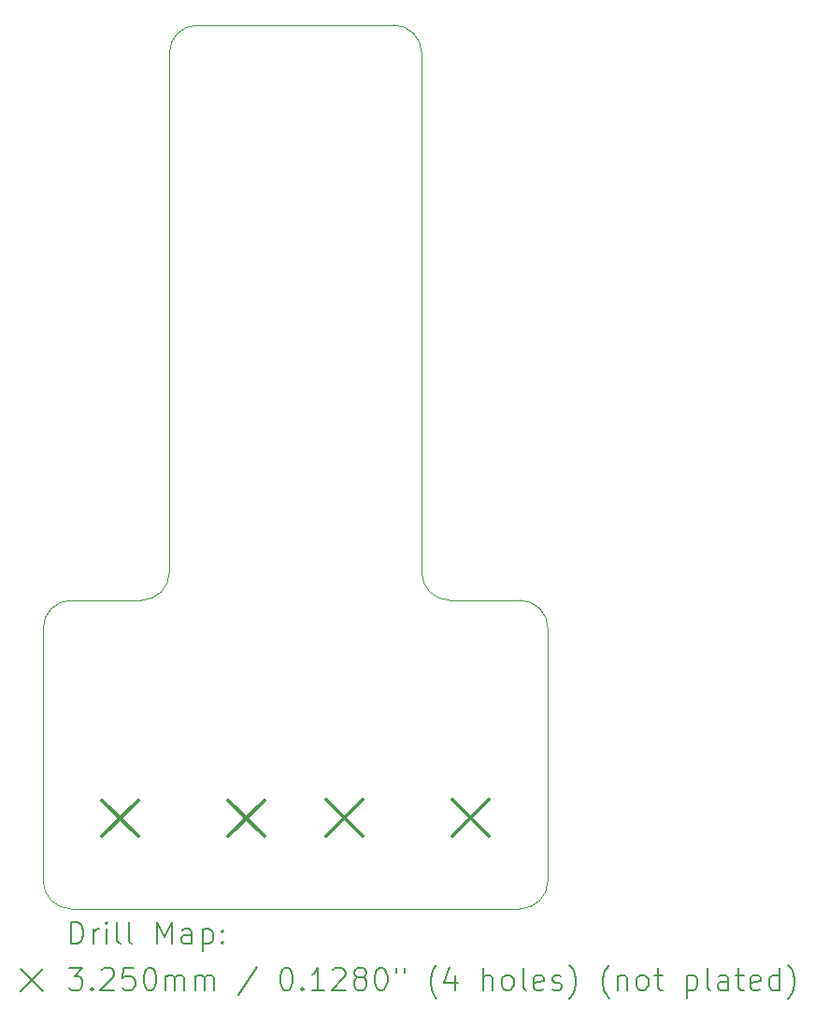
<source format=gbr>
%TF.GenerationSoftware,KiCad,Pcbnew,(6.0.8-1)-1*%
%TF.CreationDate,2023-04-13T00:43:01-04:00*%
%TF.ProjectId,featherwing_rs485,66656174-6865-4727-9769-6e675f727334,1*%
%TF.SameCoordinates,Original*%
%TF.FileFunction,Drillmap*%
%TF.FilePolarity,Positive*%
%FSLAX45Y45*%
G04 Gerber Fmt 4.5, Leading zero omitted, Abs format (unit mm)*
G04 Created by KiCad (PCBNEW (6.0.8-1)-1) date 2023-04-13 00:43:01*
%MOMM*%
%LPD*%
G01*
G04 APERTURE LIST*
%ADD10C,0.100000*%
%ADD11C,0.200000*%
%ADD12C,0.325000*%
G04 APERTURE END LIST*
D10*
X9652000Y-10922000D02*
X9652000Y-13208000D01*
X8509000Y-10414000D02*
G75*
G03*
X8763000Y-10668000I254000J0D01*
G01*
X5080000Y-13208000D02*
G75*
G03*
X5334000Y-13462000I254000J0D01*
G01*
X5334000Y-13462000D02*
X9398000Y-13462000D01*
X9398000Y-13462000D02*
G75*
G03*
X9652000Y-13208000I0J254000D01*
G01*
X5334000Y-10668000D02*
G75*
G03*
X5080000Y-10922000I0J-254000D01*
G01*
X9652000Y-10922000D02*
G75*
G03*
X9398000Y-10668000I-254000J0D01*
G01*
X8255000Y-5461000D02*
X6477000Y-5461000D01*
X8763000Y-10668000D02*
X9398000Y-10668000D01*
X5080000Y-13208000D02*
X5080000Y-10922000D01*
X8509000Y-5715000D02*
G75*
G03*
X8255000Y-5461000I-254000J0D01*
G01*
X5969000Y-10668000D02*
G75*
G03*
X6223000Y-10414000I0J254000D01*
G01*
X5334000Y-10668000D02*
X5969000Y-10668000D01*
X6477000Y-5461000D02*
G75*
G03*
X6223000Y-5715000I0J-254000D01*
G01*
X6223000Y-5715000D02*
X6223000Y-10414000D01*
X8509000Y-5715000D02*
X8509000Y-10414000D01*
D11*
D12*
X5616000Y-12480600D02*
X5941000Y-12805600D01*
X5941000Y-12480600D02*
X5616000Y-12805600D01*
X6759000Y-12480600D02*
X7084000Y-12805600D01*
X7084000Y-12480600D02*
X6759000Y-12805600D01*
X7648000Y-12474000D02*
X7973000Y-12799000D01*
X7973000Y-12474000D02*
X7648000Y-12799000D01*
X8791000Y-12474000D02*
X9116000Y-12799000D01*
X9116000Y-12474000D02*
X8791000Y-12799000D01*
D11*
X5332619Y-13777476D02*
X5332619Y-13577476D01*
X5380238Y-13577476D01*
X5408810Y-13587000D01*
X5427857Y-13606048D01*
X5437381Y-13625095D01*
X5446905Y-13663190D01*
X5446905Y-13691762D01*
X5437381Y-13729857D01*
X5427857Y-13748905D01*
X5408810Y-13767952D01*
X5380238Y-13777476D01*
X5332619Y-13777476D01*
X5532619Y-13777476D02*
X5532619Y-13644143D01*
X5532619Y-13682238D02*
X5542143Y-13663190D01*
X5551667Y-13653667D01*
X5570714Y-13644143D01*
X5589762Y-13644143D01*
X5656428Y-13777476D02*
X5656428Y-13644143D01*
X5656428Y-13577476D02*
X5646905Y-13587000D01*
X5656428Y-13596524D01*
X5665952Y-13587000D01*
X5656428Y-13577476D01*
X5656428Y-13596524D01*
X5780238Y-13777476D02*
X5761190Y-13767952D01*
X5751667Y-13748905D01*
X5751667Y-13577476D01*
X5885000Y-13777476D02*
X5865952Y-13767952D01*
X5856428Y-13748905D01*
X5856428Y-13577476D01*
X6113571Y-13777476D02*
X6113571Y-13577476D01*
X6180238Y-13720333D01*
X6246905Y-13577476D01*
X6246905Y-13777476D01*
X6427857Y-13777476D02*
X6427857Y-13672714D01*
X6418333Y-13653667D01*
X6399286Y-13644143D01*
X6361190Y-13644143D01*
X6342143Y-13653667D01*
X6427857Y-13767952D02*
X6408809Y-13777476D01*
X6361190Y-13777476D01*
X6342143Y-13767952D01*
X6332619Y-13748905D01*
X6332619Y-13729857D01*
X6342143Y-13710809D01*
X6361190Y-13701286D01*
X6408809Y-13701286D01*
X6427857Y-13691762D01*
X6523095Y-13644143D02*
X6523095Y-13844143D01*
X6523095Y-13653667D02*
X6542143Y-13644143D01*
X6580238Y-13644143D01*
X6599286Y-13653667D01*
X6608809Y-13663190D01*
X6618333Y-13682238D01*
X6618333Y-13739381D01*
X6608809Y-13758428D01*
X6599286Y-13767952D01*
X6580238Y-13777476D01*
X6542143Y-13777476D01*
X6523095Y-13767952D01*
X6704048Y-13758428D02*
X6713571Y-13767952D01*
X6704048Y-13777476D01*
X6694524Y-13767952D01*
X6704048Y-13758428D01*
X6704048Y-13777476D01*
X6704048Y-13653667D02*
X6713571Y-13663190D01*
X6704048Y-13672714D01*
X6694524Y-13663190D01*
X6704048Y-13653667D01*
X6704048Y-13672714D01*
X4875000Y-14007000D02*
X5075000Y-14207000D01*
X5075000Y-14007000D02*
X4875000Y-14207000D01*
X5313571Y-13997476D02*
X5437381Y-13997476D01*
X5370714Y-14073667D01*
X5399286Y-14073667D01*
X5418333Y-14083190D01*
X5427857Y-14092714D01*
X5437381Y-14111762D01*
X5437381Y-14159381D01*
X5427857Y-14178428D01*
X5418333Y-14187952D01*
X5399286Y-14197476D01*
X5342143Y-14197476D01*
X5323095Y-14187952D01*
X5313571Y-14178428D01*
X5523095Y-14178428D02*
X5532619Y-14187952D01*
X5523095Y-14197476D01*
X5513571Y-14187952D01*
X5523095Y-14178428D01*
X5523095Y-14197476D01*
X5608809Y-14016524D02*
X5618333Y-14007000D01*
X5637381Y-13997476D01*
X5685000Y-13997476D01*
X5704048Y-14007000D01*
X5713571Y-14016524D01*
X5723095Y-14035571D01*
X5723095Y-14054619D01*
X5713571Y-14083190D01*
X5599286Y-14197476D01*
X5723095Y-14197476D01*
X5904048Y-13997476D02*
X5808809Y-13997476D01*
X5799286Y-14092714D01*
X5808809Y-14083190D01*
X5827857Y-14073667D01*
X5875476Y-14073667D01*
X5894524Y-14083190D01*
X5904048Y-14092714D01*
X5913571Y-14111762D01*
X5913571Y-14159381D01*
X5904048Y-14178428D01*
X5894524Y-14187952D01*
X5875476Y-14197476D01*
X5827857Y-14197476D01*
X5808809Y-14187952D01*
X5799286Y-14178428D01*
X6037381Y-13997476D02*
X6056428Y-13997476D01*
X6075476Y-14007000D01*
X6085000Y-14016524D01*
X6094524Y-14035571D01*
X6104048Y-14073667D01*
X6104048Y-14121286D01*
X6094524Y-14159381D01*
X6085000Y-14178428D01*
X6075476Y-14187952D01*
X6056428Y-14197476D01*
X6037381Y-14197476D01*
X6018333Y-14187952D01*
X6008809Y-14178428D01*
X5999286Y-14159381D01*
X5989762Y-14121286D01*
X5989762Y-14073667D01*
X5999286Y-14035571D01*
X6008809Y-14016524D01*
X6018333Y-14007000D01*
X6037381Y-13997476D01*
X6189762Y-14197476D02*
X6189762Y-14064143D01*
X6189762Y-14083190D02*
X6199286Y-14073667D01*
X6218333Y-14064143D01*
X6246905Y-14064143D01*
X6265952Y-14073667D01*
X6275476Y-14092714D01*
X6275476Y-14197476D01*
X6275476Y-14092714D02*
X6285000Y-14073667D01*
X6304048Y-14064143D01*
X6332619Y-14064143D01*
X6351667Y-14073667D01*
X6361190Y-14092714D01*
X6361190Y-14197476D01*
X6456428Y-14197476D02*
X6456428Y-14064143D01*
X6456428Y-14083190D02*
X6465952Y-14073667D01*
X6485000Y-14064143D01*
X6513571Y-14064143D01*
X6532619Y-14073667D01*
X6542143Y-14092714D01*
X6542143Y-14197476D01*
X6542143Y-14092714D02*
X6551667Y-14073667D01*
X6570714Y-14064143D01*
X6599286Y-14064143D01*
X6618333Y-14073667D01*
X6627857Y-14092714D01*
X6627857Y-14197476D01*
X7018333Y-13987952D02*
X6846905Y-14245095D01*
X7275476Y-13997476D02*
X7294524Y-13997476D01*
X7313571Y-14007000D01*
X7323095Y-14016524D01*
X7332619Y-14035571D01*
X7342143Y-14073667D01*
X7342143Y-14121286D01*
X7332619Y-14159381D01*
X7323095Y-14178428D01*
X7313571Y-14187952D01*
X7294524Y-14197476D01*
X7275476Y-14197476D01*
X7256428Y-14187952D01*
X7246905Y-14178428D01*
X7237381Y-14159381D01*
X7227857Y-14121286D01*
X7227857Y-14073667D01*
X7237381Y-14035571D01*
X7246905Y-14016524D01*
X7256428Y-14007000D01*
X7275476Y-13997476D01*
X7427857Y-14178428D02*
X7437381Y-14187952D01*
X7427857Y-14197476D01*
X7418333Y-14187952D01*
X7427857Y-14178428D01*
X7427857Y-14197476D01*
X7627857Y-14197476D02*
X7513571Y-14197476D01*
X7570714Y-14197476D02*
X7570714Y-13997476D01*
X7551667Y-14026048D01*
X7532619Y-14045095D01*
X7513571Y-14054619D01*
X7704048Y-14016524D02*
X7713571Y-14007000D01*
X7732619Y-13997476D01*
X7780238Y-13997476D01*
X7799286Y-14007000D01*
X7808809Y-14016524D01*
X7818333Y-14035571D01*
X7818333Y-14054619D01*
X7808809Y-14083190D01*
X7694524Y-14197476D01*
X7818333Y-14197476D01*
X7932619Y-14083190D02*
X7913571Y-14073667D01*
X7904048Y-14064143D01*
X7894524Y-14045095D01*
X7894524Y-14035571D01*
X7904048Y-14016524D01*
X7913571Y-14007000D01*
X7932619Y-13997476D01*
X7970714Y-13997476D01*
X7989762Y-14007000D01*
X7999286Y-14016524D01*
X8008809Y-14035571D01*
X8008809Y-14045095D01*
X7999286Y-14064143D01*
X7989762Y-14073667D01*
X7970714Y-14083190D01*
X7932619Y-14083190D01*
X7913571Y-14092714D01*
X7904048Y-14102238D01*
X7894524Y-14121286D01*
X7894524Y-14159381D01*
X7904048Y-14178428D01*
X7913571Y-14187952D01*
X7932619Y-14197476D01*
X7970714Y-14197476D01*
X7989762Y-14187952D01*
X7999286Y-14178428D01*
X8008809Y-14159381D01*
X8008809Y-14121286D01*
X7999286Y-14102238D01*
X7989762Y-14092714D01*
X7970714Y-14083190D01*
X8132619Y-13997476D02*
X8151667Y-13997476D01*
X8170714Y-14007000D01*
X8180238Y-14016524D01*
X8189762Y-14035571D01*
X8199286Y-14073667D01*
X8199286Y-14121286D01*
X8189762Y-14159381D01*
X8180238Y-14178428D01*
X8170714Y-14187952D01*
X8151667Y-14197476D01*
X8132619Y-14197476D01*
X8113571Y-14187952D01*
X8104048Y-14178428D01*
X8094524Y-14159381D01*
X8085000Y-14121286D01*
X8085000Y-14073667D01*
X8094524Y-14035571D01*
X8104048Y-14016524D01*
X8113571Y-14007000D01*
X8132619Y-13997476D01*
X8275476Y-13997476D02*
X8275476Y-14035571D01*
X8351667Y-13997476D02*
X8351667Y-14035571D01*
X8646905Y-14273667D02*
X8637381Y-14264143D01*
X8618333Y-14235571D01*
X8608810Y-14216524D01*
X8599286Y-14187952D01*
X8589762Y-14140333D01*
X8589762Y-14102238D01*
X8599286Y-14054619D01*
X8608810Y-14026048D01*
X8618333Y-14007000D01*
X8637381Y-13978428D01*
X8646905Y-13968905D01*
X8808810Y-14064143D02*
X8808810Y-14197476D01*
X8761190Y-13987952D02*
X8713571Y-14130809D01*
X8837381Y-14130809D01*
X9065952Y-14197476D02*
X9065952Y-13997476D01*
X9151667Y-14197476D02*
X9151667Y-14092714D01*
X9142143Y-14073667D01*
X9123095Y-14064143D01*
X9094524Y-14064143D01*
X9075476Y-14073667D01*
X9065952Y-14083190D01*
X9275476Y-14197476D02*
X9256429Y-14187952D01*
X9246905Y-14178428D01*
X9237381Y-14159381D01*
X9237381Y-14102238D01*
X9246905Y-14083190D01*
X9256429Y-14073667D01*
X9275476Y-14064143D01*
X9304048Y-14064143D01*
X9323095Y-14073667D01*
X9332619Y-14083190D01*
X9342143Y-14102238D01*
X9342143Y-14159381D01*
X9332619Y-14178428D01*
X9323095Y-14187952D01*
X9304048Y-14197476D01*
X9275476Y-14197476D01*
X9456429Y-14197476D02*
X9437381Y-14187952D01*
X9427857Y-14168905D01*
X9427857Y-13997476D01*
X9608810Y-14187952D02*
X9589762Y-14197476D01*
X9551667Y-14197476D01*
X9532619Y-14187952D01*
X9523095Y-14168905D01*
X9523095Y-14092714D01*
X9532619Y-14073667D01*
X9551667Y-14064143D01*
X9589762Y-14064143D01*
X9608810Y-14073667D01*
X9618333Y-14092714D01*
X9618333Y-14111762D01*
X9523095Y-14130809D01*
X9694524Y-14187952D02*
X9713571Y-14197476D01*
X9751667Y-14197476D01*
X9770714Y-14187952D01*
X9780238Y-14168905D01*
X9780238Y-14159381D01*
X9770714Y-14140333D01*
X9751667Y-14130809D01*
X9723095Y-14130809D01*
X9704048Y-14121286D01*
X9694524Y-14102238D01*
X9694524Y-14092714D01*
X9704048Y-14073667D01*
X9723095Y-14064143D01*
X9751667Y-14064143D01*
X9770714Y-14073667D01*
X9846905Y-14273667D02*
X9856429Y-14264143D01*
X9875476Y-14235571D01*
X9885000Y-14216524D01*
X9894524Y-14187952D01*
X9904048Y-14140333D01*
X9904048Y-14102238D01*
X9894524Y-14054619D01*
X9885000Y-14026048D01*
X9875476Y-14007000D01*
X9856429Y-13978428D01*
X9846905Y-13968905D01*
X10208810Y-14273667D02*
X10199286Y-14264143D01*
X10180238Y-14235571D01*
X10170714Y-14216524D01*
X10161190Y-14187952D01*
X10151667Y-14140333D01*
X10151667Y-14102238D01*
X10161190Y-14054619D01*
X10170714Y-14026048D01*
X10180238Y-14007000D01*
X10199286Y-13978428D01*
X10208810Y-13968905D01*
X10285000Y-14064143D02*
X10285000Y-14197476D01*
X10285000Y-14083190D02*
X10294524Y-14073667D01*
X10313571Y-14064143D01*
X10342143Y-14064143D01*
X10361190Y-14073667D01*
X10370714Y-14092714D01*
X10370714Y-14197476D01*
X10494524Y-14197476D02*
X10475476Y-14187952D01*
X10465952Y-14178428D01*
X10456429Y-14159381D01*
X10456429Y-14102238D01*
X10465952Y-14083190D01*
X10475476Y-14073667D01*
X10494524Y-14064143D01*
X10523095Y-14064143D01*
X10542143Y-14073667D01*
X10551667Y-14083190D01*
X10561190Y-14102238D01*
X10561190Y-14159381D01*
X10551667Y-14178428D01*
X10542143Y-14187952D01*
X10523095Y-14197476D01*
X10494524Y-14197476D01*
X10618333Y-14064143D02*
X10694524Y-14064143D01*
X10646905Y-13997476D02*
X10646905Y-14168905D01*
X10656429Y-14187952D01*
X10675476Y-14197476D01*
X10694524Y-14197476D01*
X10913571Y-14064143D02*
X10913571Y-14264143D01*
X10913571Y-14073667D02*
X10932619Y-14064143D01*
X10970714Y-14064143D01*
X10989762Y-14073667D01*
X10999286Y-14083190D01*
X11008810Y-14102238D01*
X11008810Y-14159381D01*
X10999286Y-14178428D01*
X10989762Y-14187952D01*
X10970714Y-14197476D01*
X10932619Y-14197476D01*
X10913571Y-14187952D01*
X11123095Y-14197476D02*
X11104048Y-14187952D01*
X11094524Y-14168905D01*
X11094524Y-13997476D01*
X11285000Y-14197476D02*
X11285000Y-14092714D01*
X11275476Y-14073667D01*
X11256428Y-14064143D01*
X11218333Y-14064143D01*
X11199286Y-14073667D01*
X11285000Y-14187952D02*
X11265952Y-14197476D01*
X11218333Y-14197476D01*
X11199286Y-14187952D01*
X11189762Y-14168905D01*
X11189762Y-14149857D01*
X11199286Y-14130809D01*
X11218333Y-14121286D01*
X11265952Y-14121286D01*
X11285000Y-14111762D01*
X11351667Y-14064143D02*
X11427857Y-14064143D01*
X11380238Y-13997476D02*
X11380238Y-14168905D01*
X11389762Y-14187952D01*
X11408809Y-14197476D01*
X11427857Y-14197476D01*
X11570714Y-14187952D02*
X11551667Y-14197476D01*
X11513571Y-14197476D01*
X11494524Y-14187952D01*
X11485000Y-14168905D01*
X11485000Y-14092714D01*
X11494524Y-14073667D01*
X11513571Y-14064143D01*
X11551667Y-14064143D01*
X11570714Y-14073667D01*
X11580238Y-14092714D01*
X11580238Y-14111762D01*
X11485000Y-14130809D01*
X11751667Y-14197476D02*
X11751667Y-13997476D01*
X11751667Y-14187952D02*
X11732619Y-14197476D01*
X11694524Y-14197476D01*
X11675476Y-14187952D01*
X11665952Y-14178428D01*
X11656428Y-14159381D01*
X11656428Y-14102238D01*
X11665952Y-14083190D01*
X11675476Y-14073667D01*
X11694524Y-14064143D01*
X11732619Y-14064143D01*
X11751667Y-14073667D01*
X11827857Y-14273667D02*
X11837381Y-14264143D01*
X11856428Y-14235571D01*
X11865952Y-14216524D01*
X11875476Y-14187952D01*
X11885000Y-14140333D01*
X11885000Y-14102238D01*
X11875476Y-14054619D01*
X11865952Y-14026048D01*
X11856428Y-14007000D01*
X11837381Y-13978428D01*
X11827857Y-13968905D01*
M02*

</source>
